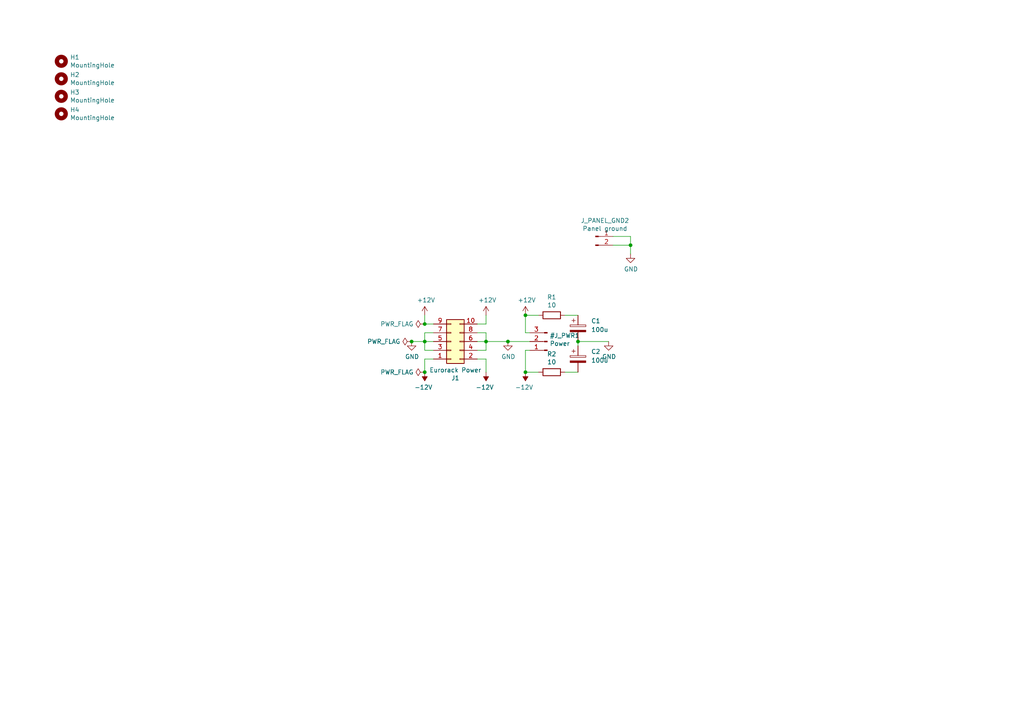
<source format=kicad_sch>
(kicad_sch (version 20230121) (generator eeschema)
  (paper "A4")
  (lib_symbols
    (symbol "Connector:Conn_01x02_Male" (pin_names (offset 1.016) hide)
      (property "Reference" "J" (at 0 2.54 0))
      (property "Value" "Conn_01x02_Male" (at 0 -5.08 0))
      (symbol "Conn_01x02_Male_1_1"
        (polyline (pts (xy 1.27 -2.54) (xy 0.8636 -2.54)) (stroke (width 0.1524)))
        (polyline (pts (xy 1.27 0) (xy 0.8636 0)) (stroke (width 0.1524)))
        (rectangle (start 0.8636 -2.413) (end 0 -2.667) (stroke (width 0.1524)) (fill (type outline)))
        (rectangle (start 0.8636 0.127) (end 0 -0.127) (stroke (width 0.1524)) (fill (type outline)))
        (pin passive line (at 5.08 0 180) (length 3.81) (name "Pin_1") (number "1"))
        (pin passive line (at 5.08 -2.54 180) (length 3.81) (name "Pin_2") (number "2"))
      )
    )
    (symbol "Connector:Conn_01x03_Male" (pin_names (offset 1.016) hide)
      (property "Reference" "J" (at 0 5.08 0))
      (property "Value" "Conn_01x03_Male" (at 0 -5.08 0))
      (symbol "Conn_01x03_Male_1_1"
        (polyline (pts (xy 1.27 -2.54) (xy 0.8636 -2.54)) (stroke (width 0.1524)))
        (polyline (pts (xy 1.27 0) (xy 0.8636 0)) (stroke (width 0.1524)))
        (polyline (pts (xy 1.27 2.54) (xy 0.8636 2.54)) (stroke (width 0.1524)))
        (rectangle (start 0.8636 -2.413) (end 0 -2.667) (stroke (width 0.1524)) (fill (type outline)))
        (rectangle (start 0.8636 0.127) (end 0 -0.127) (stroke (width 0.1524)) (fill (type outline)))
        (rectangle (start 0.8636 2.667) (end 0 2.413) (stroke (width 0.1524)) (fill (type outline)))
        (pin passive line (at 5.08 2.54 180) (length 3.81) (name "Pin_1") (number "1"))
        (pin passive line (at 5.08 0 180) (length 3.81) (name "Pin_2") (number "2"))
        (pin passive line (at 5.08 -2.54 180) (length 3.81) (name "Pin_3") (number "3"))
      )
    )
    (symbol "Connector_Generic:Conn_02x05_Odd_Even" (pin_names (offset 1.016) hide)
      (property "Reference" "J" (at 1.27 7.62 0))
      (property "Value" "Conn_02x05_Odd_Even" (at 1.27 -7.62 0))
      (symbol "Conn_02x05_Odd_Even_1_1"
        (rectangle (start -1.27 -4.953) (end 0 -5.207) (stroke (width 0.1524)))
        (rectangle (start -1.27 -2.413) (end 0 -2.667) (stroke (width 0.1524)))
        (rectangle (start -1.27 0.127) (end 0 -0.127) (stroke (width 0.1524)))
        (rectangle (start -1.27 2.667) (end 0 2.413) (stroke (width 0.1524)))
        (rectangle (start -1.27 5.207) (end 0 4.953) (stroke (width 0.1524)))
        (rectangle (start -1.27 6.35) (end 3.81 -6.35) (stroke (width 0.254)) (fill (type background)))
        (rectangle (start 3.81 -4.953) (end 2.54 -5.207) (stroke (width 0.1524)))
        (rectangle (start 3.81 -2.413) (end 2.54 -2.667) (stroke (width 0.1524)))
        (rectangle (start 3.81 0.127) (end 2.54 -0.127) (stroke (width 0.1524)))
        (rectangle (start 3.81 2.667) (end 2.54 2.413) (stroke (width 0.1524)))
        (rectangle (start 3.81 5.207) (end 2.54 4.953) (stroke (width 0.1524)))
        (pin passive line (at -5.08 5.08 0) (length 3.81) (name "Pin_1") (number "1"))
        (pin passive line (at 7.62 -5.08 180) (length 3.81) (name "Pin_10") (number "10"))
        (pin passive line (at 7.62 5.08 180) (length 3.81) (name "Pin_2") (number "2"))
        (pin passive line (at -5.08 2.54 0) (length 3.81) (name "Pin_3") (number "3"))
        (pin passive line (at 7.62 2.54 180) (length 3.81) (name "Pin_4") (number "4"))
        (pin passive line (at -5.08 0 0) (length 3.81) (name "Pin_5") (number "5"))
        (pin passive line (at 7.62 0 180) (length 3.81) (name "Pin_6") (number "6"))
        (pin passive line (at -5.08 -2.54 0) (length 3.81) (name "Pin_7") (number "7"))
        (pin passive line (at 7.62 -2.54 180) (length 3.81) (name "Pin_8") (number "8"))
        (pin passive line (at -5.08 -5.08 0) (length 3.81) (name "Pin_9") (number "9"))
      )
    )
    (symbol "Device:C_Polarized" (pin_numbers hide) (pin_names (offset 0.254))
      (property "Reference" "C" (at 0.635 2.54 0))
      (property "Value" "C_Polarized" (at 0.635 -2.54 0))
      (symbol "C_Polarized_0_1"
        (rectangle (start -2.286 0.508) (end 2.286 1.016))
        (polyline (pts (xy -1.778 2.286) (xy -0.762 2.286)))
        (polyline (pts (xy -1.27 2.794) (xy -1.27 1.778)))
        (rectangle (start 2.286 -0.508) (end -2.286 -1.016) (fill (type outline)))
      )
      (symbol "C_Polarized_1_1"
        (pin passive line (at 0 3.81 270) (length 2.794) (name "~") (number "1"))
        (pin passive line (at 0 -3.81 90) (length 2.794) (name "~") (number "2"))
      )
    )
    (symbol "Device:R" (pin_numbers hide) (pin_names (offset 0))
      (property "Reference" "R" (at 2.032 0 90))
      (property "Value" "R" (at 0 0 90))
      (symbol "R_0_1"
        (rectangle (start -1.016 -2.54) (end 1.016 2.54) (stroke (width 0.254)))
      )
      (symbol "R_1_1"
        (pin passive line (at 0 3.81 270) (length 1.27) (name "~") (number "1"))
        (pin passive line (at 0 -3.81 90) (length 1.27) (name "~") (number "2"))
      )
    )
    (symbol "Mechanical:MountingHole" (pin_names (offset 1.016))
      (property "Reference" "H" (at 0 5.08 0))
      (property "Value" "MountingHole" (at 0 3.175 0))
      (symbol "MountingHole_0_1"
        (circle (center 0 0) (radius 1.27) (stroke (width 1.27)))
      )
    )
    (symbol "power:+12V" (power) (pin_names (offset 0))
      (property "Value" "+12V" (at 0 3.556 0))
      (symbol "+12V_0_1"
        (polyline (pts (xy -0.762 1.27) (xy 0 2.54)))
        (polyline (pts (xy 0 0) (xy 0 2.54)))
        (polyline (pts (xy 0 2.54) (xy 0.762 1.27)))
      )
      (symbol "+12V_1_1"
        (pin power_in line (at 0 0 90) (length 0) hide (name "+12V") (number "1"))
      )
    )
    (symbol "power:-12V" (power) (pin_names (offset 0))
      (property "Value" "-12V" (at 0 3.81 0))
      (symbol "-12V_0_0"
        (pin power_in line (at 0 0 90) (length 0) hide (name "-12V") (number "1"))
      )
      (symbol "-12V_0_1"
        (polyline (pts (xy 0 0) (xy 0 1.27) (xy 0.762 1.27) (xy 0 2.54) (xy -0.762 1.27) (xy 0 1.27)) (fill (type outline)))
      )
    )
    (symbol "power:GND" (power) (pin_names (offset 0))
      (property "Value" "GND" (at 0 -3.81 0))
      (symbol "GND_0_1"
        (polyline (pts (xy 0 0) (xy 0 -1.27) (xy 1.27 -1.27) (xy 0 -2.54) (xy -1.27 -1.27) (xy 0 -1.27)))
      )
      (symbol "GND_1_1"
        (pin power_in line (at 0 0 270) (length 0) hide (name "GND") (number "1"))
      )
    )
    (symbol "power:PWR_FLAG" (power) (pin_numbers hide) (pin_names (offset 0) hide)
      (property "Value" "PWR_FLAG" (at 0 3.81 0))
      (symbol "PWR_FLAG_0_0"
        (pin power_out line (at 0 0 90) (length 0) (name "pwr") (number "1"))
      )
      (symbol "PWR_FLAG_0_1"
        (polyline (pts (xy 0 0) (xy 0 1.27) (xy -1.016 1.905) (xy 0 2.54) (xy 1.016 1.905) (xy 0 1.27)))
      )
    )
  )
  (junction (at 123.19 107.95))
  (junction (at 152.4 91.44))
  (junction (at 152.4 107.95))
  (junction (at 147.32 99.06))
  (junction (at 123.19 99.06))
  (junction (at 182.88 71.12))
  (junction (at 167.64 99.06))
  (junction (at 119.38 99.06))
  (junction (at 140.97 99.06))
  (junction (at 123.19 93.98))
  (wire (pts (xy 123.19 101.6) (xy 125.73 101.6)))
  (wire (pts (xy 152.4 101.6) (xy 152.4 107.95)))
  (wire (pts (xy 156.21 91.44) (xy 152.4 91.44)))
  (wire (pts (xy 167.64 100.33) (xy 167.64 99.06)))
  (wire (pts (xy 123.19 99.06) (xy 123.19 101.6)))
  (wire (pts (xy 152.4 91.44) (xy 152.4 96.52)))
  (wire (pts (xy 140.97 99.06) (xy 140.97 96.52)))
  (wire (pts (xy 182.88 73.66) (xy 182.88 71.12)))
  (wire (pts (xy 176.53 99.06) (xy 167.64 99.06)))
  (wire (pts (xy 152.4 96.52) (xy 153.67 96.52)))
  (wire (pts (xy 140.97 101.6) (xy 140.97 99.06)))
  (wire (pts (xy 123.19 96.52) (xy 123.19 99.06)))
  (wire (pts (xy 140.97 99.06) (xy 147.32 99.06)))
  (wire (pts (xy 156.21 107.95) (xy 152.4 107.95)))
  (wire (pts (xy 138.43 99.06) (xy 140.97 99.06)))
  (wire (pts (xy 163.83 107.95) (xy 167.64 107.95)))
  (wire (pts (xy 125.73 99.06) (xy 123.19 99.06)))
  (wire (pts (xy 153.67 101.6) (xy 152.4 101.6)))
  (wire (pts (xy 138.43 101.6) (xy 140.97 101.6)))
  (wire (pts (xy 123.19 99.06) (xy 119.38 99.06)))
  (wire (pts (xy 153.67 99.06) (xy 147.32 99.06)))
  (wire (pts (xy 140.97 91.44) (xy 140.97 93.98)))
  (wire (pts (xy 123.19 93.98) (xy 125.73 93.98)))
  (wire (pts (xy 140.97 93.98) (xy 138.43 93.98)))
  (wire (pts (xy 140.97 96.52) (xy 138.43 96.52)))
  (wire (pts (xy 182.88 68.58) (xy 177.8 68.58)))
  (wire (pts (xy 125.73 104.14) (xy 123.19 104.14)))
  (wire (pts (xy 182.88 71.12) (xy 182.88 68.58)))
  (wire (pts (xy 123.19 91.44) (xy 123.19 93.98)))
  (wire (pts (xy 163.83 91.44) (xy 167.64 91.44)))
  (wire (pts (xy 177.8 71.12) (xy 182.88 71.12)))
  (wire (pts (xy 125.73 96.52) (xy 123.19 96.52)))
  (wire (pts (xy 140.97 104.14) (xy 140.97 107.95)))
  (wire (pts (xy 138.43 104.14) (xy 140.97 104.14)))
  (wire (pts (xy 123.19 104.14) (xy 123.19 107.95)))
  (symbol (lib_id "power:GND") (at 147.32 99.06 0) (unit 1)
    (property "Reference" "#PWR06" (effects hide))
    (property "Value" "GND" (at 147.447 103.4542 0))
  )
  (symbol (lib_id "power:GND") (at 119.38 99.06 0) (unit 1)
    (property "Reference" "#PWR01" (effects hide))
    (property "Value" "GND" (at 119.507 103.4542 0))
  )
  (symbol (lib_id "power:-12V") (at 123.19 107.95 180) (unit 1)
    (property "Reference" "#PWR03" (effects hide))
    (property "Value" "-12V" (at 122.809 112.3442 0))
  )
  (symbol (lib_id "power:+12V") (at 123.19 91.44 0) (unit 1)
    (property "Reference" "#PWR02" (effects hide))
    (property "Value" "+12V" (at 123.571 87.0458 0))
  )
  (symbol (lib_id "power:+12V") (at 140.97 91.44 0) (unit 1)
    (property "Reference" "#PWR04" (effects hide))
    (property "Value" "+12V" (at 141.351 87.0458 0))
  )
  (symbol (lib_id "Connector_Generic:Conn_02x05_Odd_Even") (at 130.81 99.06 0) (mirror x) (unit 1)
    (property "Reference" "J1" (at 132.08 109.6518 0))
    (property "Value" "Eurorack Power" (at 132.08 107.3404 0))
    (property "Footprint" "Connector_IDC:IDC-Header_2x05_P2.54mm_Vertical" (effects hide))
  )
  (symbol (lib_id "power:-12V") (at 140.97 107.95 180) (unit 1)
    (property "Reference" "#PWR05" (effects hide))
    (property "Value" "-12V" (at 140.589 112.3442 0))
  )
  (symbol (lib_id "Connector:Conn_01x03_Male") (at 158.75 99.06 180) (unit 1)
    (property "Reference" "#J_PWR1" (at 159.4612 97.3328 0) (effects (justify right)))
    (property "Value" "Power" (at 159.4612 99.6442 0) (effects (justify right)))
    (property "Footprint" "Zimo_Manual_PCB:NSL25_01x03_Vertical" (effects hide))
  )
  (symbol (lib_id "power:+12V") (at 152.4 91.44 0) (unit 1)
    (property "Reference" "#PWR07" (effects hide))
    (property "Value" "+12V" (at 152.781 87.0458 0))
  )
  (symbol (lib_id "power:-12V") (at 152.4 107.95 180) (unit 1)
    (property "Reference" "#PWR08" (effects hide))
    (property "Value" "-12V" (at 152.019 112.3442 0))
  )
  (symbol (lib_id "power:GND") (at 176.53 99.06 0) (unit 1)
    (property "Reference" "#PWR09" (effects hide))
    (property "Value" "GND" (at 176.657 103.4542 0))
  )
  (symbol (lib_id "power:PWR_FLAG") (at 123.19 107.95 90) (unit 1)
    (property "Reference" "#FLG03" (effects hide))
    (property "Value" "PWR_FLAG" (at 119.9642 107.95 90) (effects (justify left)))
  )
  (symbol (lib_id "power:PWR_FLAG") (at 123.19 93.98 90) (unit 1)
    (property "Reference" "#FLG02" (effects hide))
    (property "Value" "PWR_FLAG" (at 119.9642 93.98 90) (effects (justify left)))
  )
  (symbol (lib_id "power:PWR_FLAG") (at 119.38 99.06 90) (unit 1)
    (property "Reference" "#FLG01" (effects hide))
    (property "Value" "PWR_FLAG" (at 116.1542 99.06 90) (effects (justify left)))
  )
  (symbol (lib_id "Mechanical:MountingHole") (at 17.78 17.78 0) (unit 1)
    (property "Reference" "H1" (at 20.32 16.6116 0) (effects (justify left)))
    (property "Value" "MountingHole" (at 20.32 18.923 0) (effects (justify left)))
    (property "Footprint" "MountingHole:MountingHole_3mm_Pad" (effects hide))
  )
  (symbol (lib_id "Mechanical:MountingHole") (at 17.78 22.86 0) (unit 1)
    (property "Reference" "H2" (at 20.32 21.6916 0) (effects (justify left)))
    (property "Value" "MountingHole" (at 20.32 24.003 0) (effects (justify left)))
    (property "Footprint" "MountingHole:MountingHole_3mm_Pad" (effects hide))
  )
  (symbol (lib_id "Mechanical:MountingHole") (at 17.78 27.94 0) (unit 1)
    (property "Reference" "H3" (at 20.32 26.7716 0) (effects (justify left)))
    (property "Value" "MountingHole" (at 20.32 29.083 0) (effects (justify left)))
    (property "Footprint" "MountingHole:MountingHole_3mm_Pad" (effects hide))
  )
  (symbol (lib_id "Mechanical:MountingHole") (at 17.78 33.02 0) (unit 1)
    (property "Reference" "H4" (at 20.32 31.8516 0) (effects (justify left)))
    (property "Value" "MountingHole" (at 20.32 34.163 0) (effects (justify left)))
    (property "Footprint" "MountingHole:MountingHole_3mm_Pad" (effects hide))
  )
  (symbol (lib_id "Device:R") (at 160.02 91.44 270) (unit 1)
    (property "Reference" "R1" (at 160.02 86.1822 90))
    (property "Value" "10" (at 160.02 88.4936 90))
    (property "Footprint" "PCM_Resistor_SMD_AKL:R_0805_2012Metric" (effects hide))
  )
  (symbol (lib_id "Device:R") (at 160.02 107.95 270) (unit 1)
    (property "Reference" "R2" (at 160.02 102.6922 90))
    (property "Value" "10" (at 160.02 105.0036 90))
    (property "Footprint" "PCM_Resistor_SMD_AKL:R_0805_2012Metric" (effects hide))
  )
  (symbol (lib_id "Connector:Conn_01x02_Male") (at 172.72 68.58 0) (unit 1)
    (property "Reference" "J_PANEL_GND2" (at 175.4632 63.9826 0))
    (property "Value" "Panel ground" (at 175.4632 66.294 0))
    (property "Footprint" "Shmoergh_Custom_Footprints:NSL25_01x02_Vertical" (effects hide))
  )
  (symbol (lib_id "power:GND") (at 182.88 73.66 0) (unit 1)
    (property "Reference" "#PWR014" (effects hide))
    (property "Value" "GND" (at 183.007 78.0542 0))
  )
  (symbol (lib_id "Device:C_Polarized") (at 167.64 95.25 0) (unit 1)
    (property "Reference" "C1" (at 171.45 93.0909 0) (effects (justify left)))
    (property "Value" "100u" (at 171.45 95.6309 0) (effects (justify left)))
    (property "Footprint" "Capacitor_THT:CP_Radial_D6.3mm_P2.50mm" (effects hide))
  )
  (symbol (lib_id "Device:C_Polarized") (at 167.64 104.14 0) (unit 1)
    (property "Reference" "C2" (at 171.45 101.9809 0) (effects (justify left)))
    (property "Value" "100u" (at 171.45 104.5209 0) (effects (justify left)))
    (property "Footprint" "Capacitor_THT:CP_Radial_D6.3mm_P2.50mm" (effects hide))
  )
)
</source>
